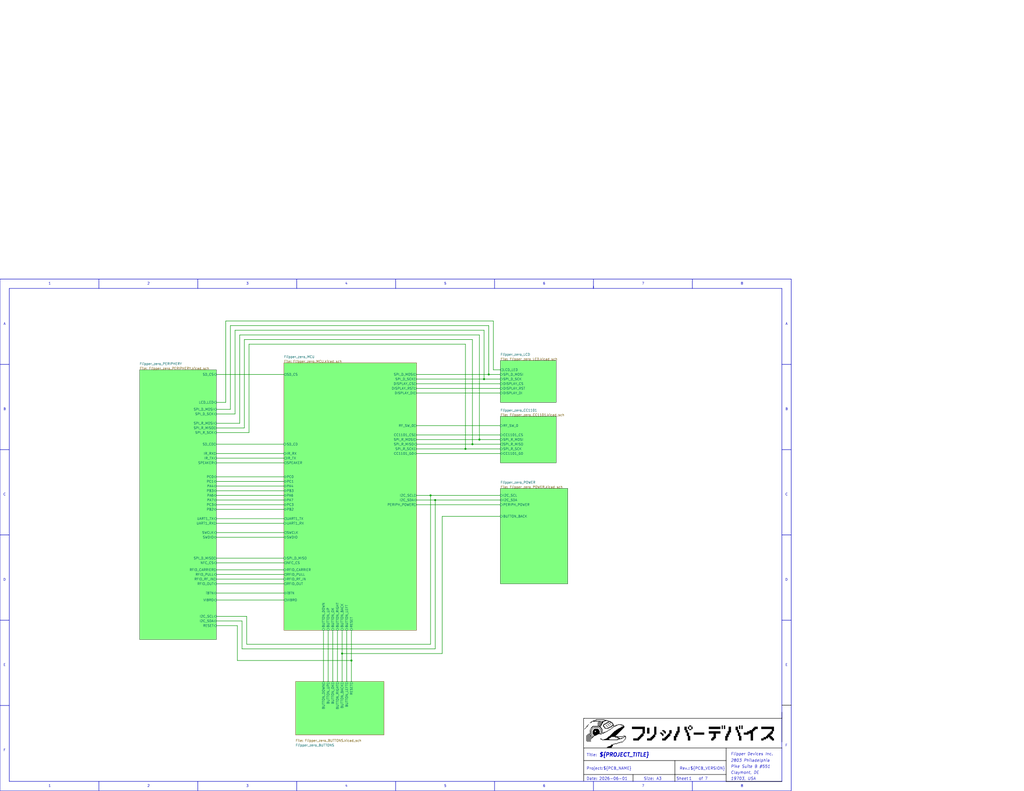
<source format=kicad_sch>
(kicad_sch (version 20221206) (generator eeschema)
  (paper "C")
  (title_block (rev "-"))
  (lib_symbols)
  (junction (at 237.49 273.05))
  (junction (at 186.69 356.87))
  (junction (at 257.81 242.57))
  (junction (at 254 245.11))
  (junction (at 266.7 204.47))
  (junction (at 264.16 207.01))
  (junction (at 234.95 270.51))
  (junction (at 191.77 360.68))
  (junction (at 261.62 240.03))
  (wire (pts (xy 191.77 360.68) (xy 191.77 344.17)) (stroke (width 0.254)))
  (wire (pts (xy 118.11 267.97) (xy 154.94 267.97)) (stroke (width 0.254)))
  (wire (pts (xy 118.11 285.75) (xy 154.94 285.75)) (stroke (width 0.254)))
  (wire (pts (xy 191.77 372.11) (xy 191.77 360.68)) (stroke (width 0.254)))
  (wire (pts (xy 191.77 360.68) (xy 129.54 360.68)) (stroke (width 0.254)))
  (wire (pts (xy 227.33 247.65) (xy 273.05 247.65)) (stroke (width 0.254)))
  (wire (pts (xy 227.33 212.09) (xy 273.05 212.09)) (stroke (width 0.254)))
  (wire (pts (xy 118.11 250.19) (xy 154.94 250.19)) (stroke (width 0.254)))
  (wire (pts (xy 273.05 201.93) (xy 269.24 201.93)) (stroke (width 0.254)))
  (wire (pts (xy 118.11 247.65) (xy 154.94 247.65)) (stroke (width 0.254)))
  (wire (pts (xy 227.33 240.03) (xy 261.62 240.03)) (stroke (width 0.254)))
  (polyline (pts (xy 215.9 426.72) (xy 215.9 431.8)) (stroke (width 0.254) (type solid)))
  (wire (pts (xy 118.11 223.52) (xy 125.73 223.52)) (stroke (width 0.254)))
  (polyline (pts (xy 323.85 157.48) (xy 323.85 152.4)) (stroke (width 0.254) (type solid)))
  (wire (pts (xy 227.33 237.49) (xy 273.05 237.49)) (stroke (width 0.254)))
  (wire (pts (xy 254 187.96) (xy 254 245.11)) (stroke (width 0.254)))
  (wire (pts (xy 237.49 273.05) (xy 227.33 273.05)) (stroke (width 0.254)))
  (wire (pts (xy 118.11 339.09) (xy 132.08 339.09)) (stroke (width 0.254)))
  (polyline (pts (xy 323.85 157.48) (xy 323.85 156.21)) (stroke (width 0.254) (type solid)))
  (wire (pts (xy 266.7 204.47) (xy 273.05 204.47)) (stroke (width 0.254)))
  (wire (pts (xy 134.62 351.79) (xy 234.95 351.79)) (stroke (width 0.254)))
  (polyline (pts (xy 426.72 292.1) (xy 431.8 292.1)) (stroke (width 0.254) (type solid)))
  (wire (pts (xy 237.49 354.33) (xy 237.49 273.05)) (stroke (width 0.254)))
  (polyline (pts (xy 396.24 415.29) (xy 318.516 415.29)) (stroke (width 0.254) (type solid) (color 0 0 0 1)))
  (polyline (pts (xy 53.975 157.48) (xy 53.975 152.4)) (stroke (width 0.254) (type solid)))
  (polyline (pts (xy 107.95 426.72) (xy 107.95 431.8)) (stroke (width 0.254) (type solid)))
  (wire (pts (xy 118.11 226.06) (xy 128.27 226.06)) (stroke (width 0.254)))
  (wire (pts (xy 135.89 236.22) (xy 135.89 187.96)) (stroke (width 0.254)))
  (wire (pts (xy 118.11 273.05) (xy 154.94 273.05)) (stroke (width 0.254)))
  (wire (pts (xy 118.11 204.47) (xy 154.94 204.47)) (stroke (width 0.254)))
  (polyline (pts (xy 426.72 385.064) (xy 431.8 385.064)) (stroke (width 0.254) (type solid) (color 0 0 0 1)))
  (polyline (pts (xy 0 431.758) (xy 0 152.4)) (stroke (width 0.254) (type solid)))
  (wire (pts (xy 234.95 351.79) (xy 234.95 270.51)) (stroke (width 0.254)))
  (wire (pts (xy 227.33 270.51) (xy 234.95 270.51)) (stroke (width 0.254)))
  (wire (pts (xy 257.81 242.57) (xy 227.33 242.57)) (stroke (width 0.254)))
  (wire (pts (xy 128.27 180.34) (xy 264.16 180.34)) (stroke (width 0.254)))
  (polyline (pts (xy 5.08 426.677) (xy 5.08 157.481)) (stroke (width 0.254) (type solid)))
  (wire (pts (xy 118.11 252.73) (xy 154.94 252.73)) (stroke (width 0.254)))
  (wire (pts (xy 129.54 341.63) (xy 118.11 341.63)) (stroke (width 0.254)))
  (wire (pts (xy 254 245.11) (xy 227.33 245.11)) (stroke (width 0.254)))
  (wire (pts (xy 181.61 372.11) (xy 181.61 344.17)) (stroke (width 0.254)))
  (wire (pts (xy 186.69 356.87) (xy 186.69 344.17)) (stroke (width 0.254)))
  (wire (pts (xy 118.11 316.23) (xy 154.94 316.23)) (stroke (width 0.254)))
  (wire (pts (xy 118.11 260.35) (xy 154.94 260.35)) (stroke (width 0.254)))
  (wire (pts (xy 129.54 360.68) (xy 129.54 341.63)) (stroke (width 0.254)))
  (wire (pts (xy 189.23 372.11) (xy 189.23 344.17)) (stroke (width 0.254)))
  (wire (pts (xy 264.16 207.01) (xy 273.05 207.01)) (stroke (width 0.254)))
  (polyline (pts (xy 5.08 292.1) (xy 0 292.1)) (stroke (width 0.254) (type solid)))
  (wire (pts (xy 273.05 242.57) (xy 257.81 242.57)) (stroke (width 0.254)))
  (polyline (pts (xy 5.08 245.533) (xy 0 245.533)) (stroke (width 0.254) (type solid)))
  (polyline (pts (xy 377.825 426.72) (xy 377.825 431.8)) (stroke (width 0.254) (type solid)))
  (wire (pts (xy 134.62 336.55) (xy 134.62 351.79)) (stroke (width 0.254)))
  (wire (pts (xy 132.08 354.33) (xy 237.49 354.33)) (stroke (width 0.254)))
  (polyline (pts (xy 426.678 388.874) (xy 426.678 405.13)) (stroke (width 0.254) (type solid) (color 0 0 0 1)))
  (polyline (pts (xy 215.9 157.48) (xy 215.9 152.4)) (stroke (width 0.254) (type solid)))
  (wire (pts (xy 123.19 219.71) (xy 118.11 219.71)) (stroke (width 0.254)))
  (polyline (pts (xy 53.975 426.72) (xy 53.975 431.8)) (stroke (width 0.254) (type solid)))
  (polyline (pts (xy 377.825 157.48) (xy 377.825 152.4)) (stroke (width 0.254) (type solid)))
  (wire (pts (xy 118.11 313.69) (xy 154.94 313.69)) (stroke (width 0.254)))
  (wire (pts (xy 179.07 372.11) (xy 179.07 344.17)) (stroke (width 0.254)))
  (wire (pts (xy 118.11 231.14) (xy 130.81 231.14)) (stroke (width 0.254)))
  (wire (pts (xy 269.24 175.26) (xy 123.19 175.26)) (stroke (width 0.254)))
  (wire (pts (xy 234.95 270.51) (xy 273.05 270.51)) (stroke (width 0.254)))
  (wire (pts (xy 118.11 336.55) (xy 134.62 336.55)) (stroke (width 0.254)))
  (polyline (pts (xy 431.758 152.4) (xy 431.758 431.758)) (stroke (width 0.254) (type solid)))
  (polyline (pts (xy 368.3 422.91) (xy 368.3 415.29)) (stroke (width 0.254) (type solid) (color 0 0 0 1)))
  (polyline (pts (xy 396.24 422.91) (xy 318.516 422.91)) (stroke (width 0.254) (type solid) (color 0 0 0 1)))
  (wire (pts (xy 184.15 372.11) (xy 184.15 344.17)) (stroke (width 0.254)))
  (wire (pts (xy 118.11 293.37) (xy 154.94 293.37)) (stroke (width 0.254)))
  (wire (pts (xy 118.11 270.51) (xy 154.94 270.51)) (stroke (width 0.254)))
  (wire (pts (xy 154.94 327.66) (xy 118.11 327.66)) (stroke (width 0.254)))
  (polyline (pts (xy 426.678 157.481) (xy 426.678 426.677)) (stroke (width 0.254) (type solid)))
  (wire (pts (xy 176.53 372.11) (xy 176.53 344.17)) (stroke (width 0.254)))
  (polyline (pts (xy 269.875 157.48) (xy 269.875 152.4)) (stroke (width 0.254) (type solid)))
  (polyline (pts (xy 107.95 157.48) (xy 107.95 152.4)) (stroke (width 0.254) (type solid)))
  (wire (pts (xy 135.89 187.96) (xy 254 187.96)) (stroke (width 0.254)))
  (wire (pts (xy 118.11 236.22) (xy 135.89 236.22)) (stroke (width 0.254)))
  (wire (pts (xy 118.11 283.21) (xy 154.94 283.21)) (stroke (width 0.254)))
  (wire (pts (xy 241.3 356.87) (xy 241.3 281.94)) (stroke (width 0.254)))
  (wire (pts (xy 186.69 372.11) (xy 186.69 356.87)) (stroke (width 0.254)))
  (polyline (pts (xy 431.758 431.758) (xy 0 431.758)) (stroke (width 0.254) (type solid)))
  (wire (pts (xy 257.81 185.42) (xy 257.81 242.57)) (stroke (width 0.254)))
  (polyline (pts (xy 5.08 385.233) (xy 0 385.233)) (stroke (width 0.254) (type solid)))
  (wire (pts (xy 227.33 209.55) (xy 273.05 209.55)) (stroke (width 0.254)))
  (wire (pts (xy 269.24 201.93) (xy 269.24 175.26)) (stroke (width 0.254)))
  (wire (pts (xy 118.11 278.13) (xy 154.94 278.13)) (stroke (width 0.254)))
  (wire (pts (xy 132.08 339.09) (xy 132.08 354.33)) (stroke (width 0.254)))
  (polyline (pts (xy 161.925 157.48) (xy 161.925 152.4)) (stroke (width 0.254) (type solid)))
  (wire (pts (xy 227.33 207.01) (xy 264.16 207.01)) (stroke (width 0.254)))
  (polyline (pts (xy 318.516 408.432) (xy 426.72 408.432)) (stroke (width 0.254) (type solid) (color 0 0 0 1)))
  (polyline (pts (xy 426.72 245.533) (xy 431.8 245.533)) (stroke (width 0.254) (type solid)))
  (wire (pts (xy 133.35 185.42) (xy 257.81 185.42)) (stroke (width 0.254)))
  (wire (pts (xy 118.11 290.83) (xy 154.94 290.83)) (stroke (width 0.254)))
  (wire (pts (xy 118.11 323.85) (xy 154.94 323.85)) (stroke (width 0.254)))
  (polyline (pts (xy 426.72 338.667) (xy 431.8 338.667)) (stroke (width 0.254) (type solid)))
  (wire (pts (xy 118.11 318.77) (xy 154.94 318.77)) (stroke (width 0.254)))
  (wire (pts (xy 128.27 226.06) (xy 128.27 180.34)) (stroke (width 0.254)))
  (polyline (pts (xy 368.3 426.72) (xy 368.3 422.91)) (stroke (width 0.254) (type solid) (color 0 0 0 1)))
  (wire (pts (xy 130.81 231.14) (xy 130.81 182.88)) (stroke (width 0.254)))
  (wire (pts (xy 118.11 265.43) (xy 154.94 265.43)) (stroke (width 0.254)))
  (polyline (pts (xy 5.08 338.667) (xy 0 338.667)) (stroke (width 0.254) (type solid)))
  (wire (pts (xy 125.73 177.8) (xy 266.7 177.8)) (stroke (width 0.254)))
  (wire (pts (xy 118.11 307.34) (xy 154.94 307.34)) (stroke (width 0.254)))
  (polyline (pts (xy 426.678 426.677) (xy 5.08 426.677)) (stroke (width 0.254) (type solid)))
  (polyline (pts (xy 345.44 426.72) (xy 345.44 422.91)) (stroke (width 0.254) (type solid) (color 0 0 0 1)))
  (wire (pts (xy 118.11 233.68) (xy 133.35 233.68)) (stroke (width 0.254)))
  (wire (pts (xy 118.11 242.57) (xy 154.94 242.57)) (stroke (width 0.254)))
  (polyline (pts (xy 161.925 426.72) (xy 161.925 431.8)) (stroke (width 0.254) (type solid)))
  (polyline (pts (xy 323.85 426.72) (xy 323.85 431.8)) (stroke (width 0.254) (type solid)))
  (wire (pts (xy 133.35 233.68) (xy 133.35 185.42)) (stroke (width 0.254)))
  (wire (pts (xy 186.69 356.87) (xy 241.3 356.87)) (stroke (width 0.254)))
  (polyline (pts (xy 269.875 426.72) (xy 269.875 431.8)) (stroke (width 0.254) (type solid)))
  (wire (pts (xy 125.73 223.52) (xy 125.73 177.8)) (stroke (width 0.254)))
  (wire (pts (xy 227.33 204.47) (xy 266.7 204.47)) (stroke (width 0.254)))
  (wire (pts (xy 227.33 214.63) (xy 273.05 214.63)) (stroke (width 0.254)))
  (wire (pts (xy 241.3 281.94) (xy 273.05 281.94)) (stroke (width 0.254)))
  (wire (pts (xy 273.05 273.05) (xy 237.49 273.05)) (stroke (width 0.254)))
  (polyline (pts (xy 5.08 157.481) (xy 426.678 157.481)) (stroke (width 0.254) (type solid)))
  (wire (pts (xy 118.11 275.59) (xy 154.94 275.59)) (stroke (width 0.254)))
  (polyline (pts (xy 396.24 426.72) (xy 396.24 408.432)) (stroke (width 0.254) (type solid) (color 0 0 0 1)))
  (wire (pts (xy 254 245.11) (xy 273.05 245.11)) (stroke (width 0.254)))
  (wire (pts (xy 118.11 304.8) (xy 154.94 304.8)) (stroke (width 0.254)))
  (wire (pts (xy 118.11 311.15) (xy 154.94 311.15)) (stroke (width 0.254)))
  (wire (pts (xy 264.16 180.34) (xy 264.16 207.01)) (stroke (width 0.254)))
  (wire (pts (xy 123.19 175.26) (xy 123.19 219.71)) (stroke (width 0.254)))
  (wire (pts (xy 118.11 262.89) (xy 154.94 262.89)) (stroke (width 0.254)))
  (wire (pts (xy 227.33 275.59) (xy 273.05 275.59)) (stroke (width 0.254)))
  (polyline (pts (xy 5.08 198.967) (xy 0 198.967)) (stroke (width 0.254) (type solid)))
  (wire (pts (xy 261.62 182.88) (xy 261.62 240.03)) (stroke (width 0.254)))
  (polyline (pts (xy 396.24 426.72) (xy 426.72 426.72)) (stroke (width 0.254) (type solid) (color 0 0 0 1)))
  (wire (pts (xy 273.05 232.41) (xy 227.33 232.41)) (stroke (width 0.254)))
  (wire (pts (xy 261.62 240.03) (xy 273.05 240.03)) (stroke (width 0.254)))
  (polyline (pts (xy 0 152.4) (xy 431.758 152.4)) (stroke (width 0.254) (type solid)))
  (wire (pts (xy 130.81 182.88) (xy 261.62 182.88)) (stroke (width 0.254)))
  (polyline (pts (xy 426.72 198.967) (xy 431.8 198.967)) (stroke (width 0.254) (type solid)))
  (wire (pts (xy 266.7 177.8) (xy 266.7 204.47)) (stroke (width 0.254)))
  (polyline (pts (xy 426.72 392.176) (xy 318.516 392.176) (xy 318.516 426.466)) (stroke (width 0.254) (type solid) (color 0 0 0 1)))
  (image (at 372.436 400.431) (scale 1.24342))
  (text "E" (at 1.798 363.982 0) (effects (font (size 1.27 1.27)) (justify left bottom)))
  (text "5" (at 242.273 155.7 0) (effects (font (size 1.27 1.27)) (justify left bottom)))
  (text "${PROJECT_TITLE}" (at 326.898 413.512 0) (effects (font (size 2.032 2.032) bold italic) (justify left bottom)))
  (text "8" (at 404.198 155.7 0) (effects (font (size 1.27 1.27)) (justify left bottom)))
  (text "Rev.:" (at 370.84 420.624 0) (effects (font (size 1.524 1.524)) (justify left bottom)))
  (text "${PCB_VERSION}" (at 376.682 420.624 0) (effects (font (size 1.524 1.524)) (justify left bottom)))
  (text "Project:" (at 320.04 420.624 0) (effects (font (size 1.524 1.524)) (justify left bottom)))
  (text "2803 Philadelphia" (at 398.78 416.306 0) (effects (font (size 1.524 1.524) italic) (justify left bottom)))
  (text "1" (at 26.373 430.02 0) (effects (font (size 1.27 1.27)) (justify left bottom)))
  (text "of" (at 381.254 426.212 0) (effects (font (size 1.524 1.524)) (justify left bottom)))
  (text "C" (at 1.734 270.849 0) (effects (font (size 1.27 1.27)) (justify left bottom)))
  (text "${CURRENT_DATE}" (at 326.898 426.212 0) (effects (font (size 1.524 1.524)) (justify left bottom)))
  (text "Pike Suite B #551" (at 398.78 419.608 0) (effects (font (size 1.524 1.524) italic) (justify left bottom)))
  (text "B" (at 428.518 224.282 0) (effects (font (size 1.27 1.27)) (justify left bottom)))
  (text "2" (at 80.348 155.7 0) (effects (font (size 1.27 1.27)) (justify left bottom)))
  (text "2" (at 80.348 430.02 0) (effects (font (size 1.27 1.27)) (justify left bottom)))
  (text "${PCB_NAME}" (at 329.184 420.624 0) (effects (font (size 1.524 1.524)) (justify left bottom)))
  (text "F" (at 428.498 407.924 0) (effects (font (size 1.27 1.27)) (justify left bottom)))
  (text "D" (at 1.734 317.415 0) (effects (font (size 1.27 1.27)) (justify left bottom)))
  (text "Claymont, DE" (at 398.78 422.91 0) (effects (font (size 1.524 1.524) italic) (justify left bottom)))
  (text "F" (at 1.798 410.549 0) (effects (font (size 1.27 1.27)) (justify left bottom)))
  (text "${#}" (at 375.92 426.212 0) (effects (font (size 1.524 1.524)) (justify left bottom)))
  (text "${##}" (at 384.556 426.212 0) (effects (font (size 1.524 1.524)) (justify left bottom)))
  (text "4" (at 188.298 155.7 0) (effects (font (size 1.27 1.27)) (justify left bottom)))
  (text "B" (at 1.798 224.282 0) (effects (font (size 1.27 1.27)) (justify left bottom)))
  (text "C" (at 428.454 270.849 0) (effects (font (size 1.27 1.27)) (justify left bottom)))
  (text "Title:" (at 320.04 413.258 0) (effects (font (size 1.524 1.524)) (justify left bottom)))
  (text "Size:" (at 351.282 426.212 0) (effects (font (size 1.524 1.524)) (justify left bottom)))
  (text "Flipper Devices Inc." (at 398.78 412.75 0) (effects (font (size 1.524 1.524) italic) (justify left bottom)))
  (text "7" (at 350.223 155.7 0) (effects (font (size 1.27 1.27)) (justify left bottom)))
  (text "A3" (at 358.14 426.212 0) (effects (font (size 1.524 1.524)) (justify left bottom)))
  (text "Date:" (at 320.04 426.212 0) (effects (font (size 1.524 1.524)) (justify left bottom)))
  (text "A" (at 428.582 177.715 0) (effects (font (size 1.27 1.27)) (justify left bottom)))
  (text "Sheet" (at 369.062 426.212 0) (effects (font (size 1.524 1.524)) (justify left bottom)))
  (text "7" (at 350.223 430.02 0) (effects (font (size 1.27 1.27)) (justify left bottom)))
  (text "6" (at 296.248 430.02 0) (effects (font (size 1.27 1.27)) (justify left bottom)))
  (text "1" (at 26.373 155.7 0) (effects (font (size 1.27 1.27)) (justify left bottom)))
  (text "4" (at 188.298 430.02 0) (effects (font (size 1.27 1.27)) (justify left bottom)))
  (text "6" (at 296.248 155.7 0) (effects (font (size 1.27 1.27)) (justify left bottom)))
  (text "5" (at 242.273 430.02 0) (effects (font (size 1.27 1.27)) (justify left bottom)))
  (text "3" (at 134.323 430.02 0) (effects (font (size 1.27 1.27)) (justify left bottom)))
  (text "E" (at 428.518 363.982 0) (effects (font (size 1.27 1.27)) (justify left bottom)))
  (text "3" (at 134.323 155.7 0) (effects (font (size 1.27 1.27)) (justify left bottom)))
  (text "19703, USA" (at 398.78 426.212 0) (effects (font (size 1.524 1.524) italic) (justify left bottom)))
  (text "8" (at 404.198 430.02 0) (effects (font (size 1.27 1.27)) (justify left bottom)))
  (text "D" (at 428.454 317.415 0) (effects (font (size 1.27 1.27)) (justify left bottom)))
  (text "A" (at 1.862 177.715 0) (effects (font (size 1.27 1.27)) (justify left bottom)))
  (sheet (at 273.05 266.7) (size 36.83 52.07) (stroke (width 0) (color 0 0 0 1)) (fill (color 128 255 128 1.0000))
    (property "Sheetname" "Flipper_zero_POWER" (at 273.05 264.16 0) (effects (justify left bottom)))
    (property "Sheetfile" "Flipper_zero_POWER.kicad_sch" (at 273.05 266.7 0) (effects (justify left bottom)))
    (pin "PERIPH_POWER" input (at 273.05 275.59 180))
    (pin "I2C_SCL" input (at 273.05 270.51 180))
    (pin "I2C_SDA" bidirectional (at 273.05 273.05 180))
    (pin "BUTTON_BACK" input (at 273.05 281.94 180))
  )
  (sheet (at 273.05 196.85) (size 30.48 22.86) (stroke (width 0) (color 0 0 0 1)) (fill (color 128 255 128 1.0000))
    (property "Sheetname" "Flipper_zero_LCD" (at 273.05 194.31 0) (effects (justify left bottom)))
    (property "Sheetfile" "Flipper_zero_LCD.kicad_sch" (at 273.05 196.85 0) (effects (justify left bottom)))
    (pin "DISPLAY_CS" input (at 273.05 209.55 180))
    (pin "SPI_D_MOSI" input (at 273.05 204.47 180))
    (pin "SPI_D_SCK" input (at 273.05 207.01 180))
    (pin "DISPLAY_RST" input (at 273.05 212.09 180))
    (pin "DISPLAY_DI" input (at 273.05 214.63 180))
    (pin "LCD_LED" output (at 273.05 201.93 180))
  )
  (sheet (at 154.94 198.12) (size 72.39 146.05) (stroke (width 0) (color 128 0 0 1)) (fill (color 128 255 128 1.0000))
    (property "Sheetname" "Flipper_zero_MCU" (at 154.94 195.58 0) (effects (justify left bottom)))
    (property "Sheetfile" "Flipper_zero_MCU.kicad_sch" (at 154.94 198.12 0) (effects (justify left bottom)))
    (pin "SWCLK" output (at 154.94 290.83 180))
    (pin "SD_CS" output (at 154.94 204.47 180))
    (pin "SWDIO" bidirectional (at 154.94 293.37 180))
    (pin "RESET" input (at 191.77 344.17 270))
    (pin "IR_RX" input (at 154.94 247.65 180))
    (pin "RFID_RF_IN" input (at 154.94 316.23 180))
    (pin "iBTN" bidirectional (at 154.94 323.85 180))
    (pin "RFID_OUT" output (at 154.94 318.77 180))
    (pin "IR_TX" output (at 154.94 250.19 180))
    (pin "СС1101_CS" output (at 227.33 237.49 0))
    (pin "SPEAKER" output (at 154.94 252.73 180))
    (pin "RFID_PULL" output (at 154.94 313.69 180))
    (pin "VIBRO" output (at 154.94 327.66 180))
    (pin "SD_CD" input (at 154.94 242.57 180))
    (pin "PERIPH_POWER" output (at 227.33 275.59 0))
    (pin "RF_SW_0" output (at 227.33 232.41 0))
    (pin "BUTTON_DOWN" input (at 176.53 344.17 270))
    (pin "DISPLAY_CS" output (at 227.33 209.55 0))
    (pin "DISPLAY_DI" output (at 227.33 214.63 0))
    (pin "I2C_SDA" bidirectional (at 227.33 273.05 0))
    (pin "SPI_D_MOSI" output (at 227.33 204.47 0))
    (pin "UART1_RX" input (at 154.94 285.75 180))
    (pin "I2C_SCL" output (at 227.33 270.51 0))
    (pin "DISPLAY_RST" output (at 227.33 212.09 0))
    (pin "SPI_D_MISO" input (at 154.94 304.8 180))
    (pin "BUTTON_UP" input (at 179.07 344.17 270))
    (pin "SPI_R_MISO" input (at 227.33 242.57 0))
    (pin "SPI_D_SCK" output (at 227.33 207.01 0))
    (pin "BUTTON_LEFT" input (at 189.23 344.17 270))
    (pin "NFC_CS" output (at 154.94 307.34 180))
    (pin "CC1101_G0" bidirectional (at 227.33 247.65 0))
    (pin "SPI_R_MOSI" output (at 227.33 240.03 0))
    (pin "UART1_TX" output (at 154.94 283.21 180))
    (pin "BUTTON_BACK" input (at 186.69 344.17 270))
    (pin "BUTTON_OK" input (at 181.61 344.17 270))
    (pin "BUTTON_RIGHT" input (at 184.15 344.17 270))
    (pin "SPI_R_SCK" output (at 227.33 245.11 0))
    (pin "PA6" bidirectional (at 154.94 270.51 180))
    (pin "PC0" bidirectional (at 154.94 260.35 180))
    (pin "PC1" bidirectional (at 154.94 262.89 180))
    (pin "PA7" bidirectional (at 154.94 273.05 180))
    (pin "PA4" bidirectional (at 154.94 265.43 180))
    (pin "PB2" bidirectional (at 154.94 278.13 180))
    (pin "PC3" bidirectional (at 154.94 275.59 180))
    (pin "PB3" bidirectional (at 154.94 267.97 180))
    (pin "RFID_CARRIER" input (at 154.94 311.15 180))
  )
  (sheet (at 76.2 201.93) (size 41.91 147.32) (stroke (width 0) (color 0 0 0 1)) (fill (color 128 255 128 1.0000))
    (property "Sheetname" "Flipper_zero_PERIPHERY" (at 76.2 199.39 0) (effects (justify left bottom)))
    (property "Sheetfile" "Flipper_zero_PERIPHERY.kicad_sch" (at 76.2 201.93 0) (effects (justify left bottom)))
    (pin "SWCLK" input (at 118.11 290.83 0))
    (pin "SWDIO" bidirectional (at 118.11 293.37 0))
    (pin "IR_TX" input (at 118.11 250.19 0))
    (pin "IR_RX" output (at 118.11 247.65 0))
    (pin "VIBRO" input (at 118.11 327.66 0))
    (pin "RFID_RF_IN" output (at 118.11 316.23 0))
    (pin "SPEAKER" input (at 118.11 252.73 0))
    (pin "SD_CS" input (at 118.11 204.47 0))
    (pin "RFID_OUT" input (at 118.11 318.77 0))
    (pin "RFID_PULL" input (at 118.11 313.69 0))
    (pin "SD_CD" output (at 118.11 242.57 0))
    (pin "NFC_CS" input (at 118.11 307.34 0))
    (pin "SPI_R_MISO" output (at 118.11 233.68 0))
    (pin "UART1_RX" output (at 118.11 285.75 0))
    (pin "SPI_D_SCK" input (at 118.11 226.06 0))
    (pin "SPI_D_MISO" output (at 118.11 304.8 0))
    (pin "SPI_R_MOSI" input (at 118.11 231.14 0))
    (pin "SPI_D_MOSI" input (at 118.11 223.52 0))
    (pin "UART1_TX" input (at 118.11 283.21 0))
    (pin "SPI_R_SCK" input (at 118.11 236.22 0))
    (pin "iBTN" bidirectional (at 118.11 323.85 0))
    (pin "I2C_SCL" input (at 118.11 336.55 0))
    (pin "I2C_SDA" bidirectional (at 118.11 339.09 0))
    (pin "PA7" bidirectional (at 118.11 273.05 0))
    (pin "PA6" bidirectional (at 118.11 270.51 0))
    (pin "PB2" bidirectional (at 118.11 278.13 0))
    (pin "PC3" bidirectional (at 118.11 275.59 0))
    (pin "PC0" bidirectional (at 118.11 260.35 0))
    (pin "PC1" bidirectional (at 118.11 262.89 0))
    (pin "PA4" bidirectional (at 118.11 265.43 0))
    (pin "PB3" bidirectional (at 118.11 267.97 0))
    (pin "LCD_LED" input (at 118.11 219.71 0))
    (pin "RESET" input (at 118.11 341.63 0))
    (pin "RFID_CARRIER" output (at 118.11 311.15 0))
  )
  (sheet (at 273.05 227.33) (size 30.48 25.4) (stroke (width 0) (color 0 0 0 1)) (fill (color 128 255 128 1.0000))
    (property "Sheetname" "Flipper_zero_CC1101" (at 273.05 224.79 0) (effects (justify left bottom)))
    (property "Sheetfile" "Flipper_zero_CC1101.kicad_sch" (at 273.05 227.33 0) (effects (justify left bottom)))
    (pin "СС1101_CS" input (at 273.05 237.49 180))
    (pin "RF_SW_0" input (at 273.05 232.41 180))
    (pin "SPI_R_SCK" input (at 273.05 245.11 180))
    (pin "CC1101_G0" bidirectional (at 273.05 247.65 180))
    (pin "SPI_R_MOSI" input (at 273.05 240.03 180))
    (pin "SPI_R_MISO" output (at 273.05 242.57 180))
  )
  (sheet (at 161.29 372.11) (size 48.26 29.21) (stroke (width 0) (color 128 0 0 1)) (fill (color 128 255 128 1.0000))
    (property "Sheetname" "Flipper_zero_BUTTONS" (at 161.29 407.67 0) (effects (justify left bottom)))
    (property "Sheetfile" "Flipper_zero_BUTTONS.kicad_sch" (at 161.29 405.13 0) (effects (justify left bottom)))
    (pin "RESET" output (at 191.77 372.11 90))
    (pin "BUTTON_LEFT" output (at 189.23 372.11 90))
    (pin "BUTTON_BACK" output (at 186.69 372.11 90))
    (pin "BUTTON_RIGHT" output (at 184.15 372.11 90))
    (pin "BUTTON_OK" output (at 181.61 372.11 90))
    (pin "BUTTON_UP" output (at 179.07 372.11 90))
    (pin "BUTTON_DOWN" output (at 176.53 372.11 90))
  )
)
</source>
